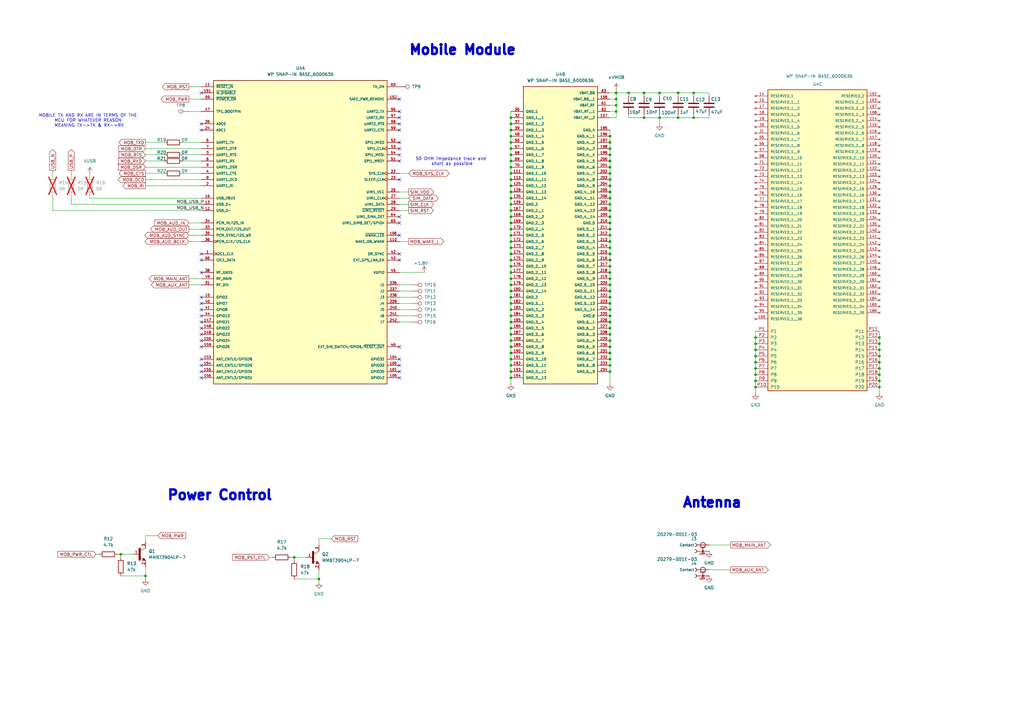
<source format=kicad_sch>
(kicad_sch (version 20250114) (generator "eeschema") (generator_version "9.0")
  (paper "A3")
  (title_block (title "Power System") (company "The University of Queensland"))
  (text "Power Control\n" (at 90.17 203.2 0) (effects (font (size 4 4) (thickness 1) (bold yes))))
  (text "Mobile Module\n" (at 189.738 20.574 0) (effects (font (size 4 4) (thickness 1) (bold yes))))
  (text "MOBILE TX AND RX ARE IN TERMS OF THE \nMCU FOR WHATEVER REASON \nMEANING TX->TX & RX->RX" (at 36.576 49.53 0) (effects (font (size 1.27 1.27))))
  (text "50 OHM impedance trace and \nshort as possible\n" (at 185.42 66.294 0) (effects (font (size 1.27 1.27))))
  (text "Antenna\n" (at 292.1 206.248 0) (effects (font (size 4 4) (thickness 1) (bold yes))))
  (junction (at 209.55 73.66))
  (junction (at 209.55 58.42))
  (junction (at 250.19 81.28))
  (junction (at 250.19 101.6))
  (junction (at 250.19 121.92))
  (junction (at 252.73 38.1))
  (junction (at 309.88 151.13))
  (junction (at 250.19 106.68))
  (junction (at 250.19 124.46))
  (junction (at 209.55 53.34))
  (junction (at 250.19 132.08))
  (junction (at 209.55 144.78))
  (junction (at 250.19 60.96))
  (junction (at 264.16 48.26))
  (junction (at 309.88 153.67))
  (junction (at 209.55 139.7))
  (junction (at 309.88 138.43))
  (junction (at 250.19 99.06))
  (junction (at 250.19 134.62))
  (junction (at 250.19 93.98))
  (junction (at 209.55 121.92))
  (junction (at 250.19 96.52))
  (junction (at 209.55 86.36))
  (junction (at 250.19 58.42))
  (junction (at 130.81 237.49))
  (junction (at 209.55 93.98))
  (junction (at 360.68 143.51))
  (junction (at 209.55 114.3))
  (junction (at 250.19 83.82))
  (junction (at 209.55 132.08))
  (junction (at 360.68 158.75))
  (junction (at 250.19 111.76))
  (junction (at 250.19 66.04))
  (junction (at 250.19 149.86))
  (junction (at 252.73 45.72))
  (junction (at 250.19 139.7))
  (junction (at 209.55 81.28))
  (junction (at 209.55 116.84))
  (junction (at 309.88 156.21))
  (junction (at 209.55 60.96))
  (junction (at 252.73 40.64))
  (junction (at 270.51 38.1))
  (junction (at 250.19 152.4))
  (junction (at 270.51 48.26))
  (junction (at 209.55 109.22))
  (junction (at 250.19 55.88))
  (junction (at 209.55 104.14))
  (junction (at 120.65 228.6))
  (junction (at 309.88 140.97))
  (junction (at 209.55 76.2))
  (junction (at 250.19 78.74))
  (junction (at 250.19 73.66))
  (junction (at 309.88 146.05))
  (junction (at 209.55 142.24))
  (junction (at 209.55 154.94))
  (junction (at 209.55 106.68))
  (junction (at 250.19 109.22))
  (junction (at 209.55 83.82))
  (junction (at 209.55 91.44))
  (junction (at 209.55 99.06))
  (junction (at 209.55 129.54))
  (junction (at 284.48 38.1))
  (junction (at 209.55 78.74))
  (junction (at 250.19 104.14))
  (junction (at 209.55 96.52))
  (junction (at 209.55 101.6))
  (junction (at 209.55 71.12))
  (junction (at 250.19 63.5))
  (junction (at 309.88 158.75))
  (junction (at 209.55 55.88))
  (junction (at 59.69 236.22))
  (junction (at 360.68 138.43))
  (junction (at 257.81 38.1))
  (junction (at 250.19 129.54))
  (junction (at 250.19 119.38))
  (junction (at 250.19 147.32))
  (junction (at 250.19 144.78))
  (junction (at 209.55 147.32))
  (junction (at 264.16 38.1))
  (junction (at 250.19 142.24))
  (junction (at 284.48 48.26))
  (junction (at 360.68 151.13))
  (junction (at 360.68 156.21))
  (junction (at 278.13 38.1))
  (junction (at 309.88 148.59))
  (junction (at 360.68 153.67))
  (junction (at 209.55 119.38))
  (junction (at 250.19 88.9))
  (junction (at 209.55 137.16))
  (junction (at 209.55 66.04))
  (junction (at 209.55 149.86))
  (junction (at 250.19 76.2))
  (junction (at 360.68 146.05))
  (junction (at 250.19 127))
  (junction (at 209.55 48.26))
  (junction (at 250.19 86.36))
  (junction (at 278.13 48.26))
  (junction (at 250.19 137.16))
  (junction (at 209.55 134.62))
  (junction (at 360.68 140.97))
  (junction (at 250.19 91.44))
  (junction (at 209.55 124.46))
  (junction (at 309.88 143.51))
  (junction (at 209.55 68.58))
  (junction (at 250.19 68.58))
  (junction (at 252.73 43.18))
  (junction (at 250.19 116.84))
  (junction (at 250.19 114.3))
  (junction (at 209.55 63.5))
  (junction (at 360.68 148.59))
  (junction (at 209.55 111.76))
  (junction (at 250.19 71.12))
  (junction (at 209.55 50.8))
  (junction (at 209.55 127))
  (junction (at 49.53 227.33))
  (junction (at 209.55 88.9))
  (junction (at 209.55 152.4))
  (no_connect (at 82.55 121.92))
  (no_connect (at 82.55 132.08))
  (no_connect (at 82.55 154.94))
  (no_connect (at 163.83 91.44))
  (no_connect (at 82.55 111.76))
  (no_connect (at 82.55 104.14))
  (no_connect (at 163.83 40.64))
  (no_connect (at 163.83 154.94))
  (no_connect (at 163.83 149.86))
  (no_connect (at 82.55 149.86))
  (no_connect (at 163.83 50.8))
  (no_connect (at 82.55 38.1))
  (no_connect (at 82.55 134.62))
  (no_connect (at 163.83 63.5))
  (no_connect (at 82.55 106.68))
  (no_connect (at 82.55 137.16))
  (no_connect (at 82.55 139.7))
  (no_connect (at 82.55 50.8))
  (no_connect (at 163.83 106.68))
  (no_connect (at 163.83 96.52))
  (no_connect (at 163.83 142.24))
  (no_connect (at 82.55 129.54))
  (no_connect (at 82.55 142.24))
  (no_connect (at 163.83 66.04))
  (no_connect (at 163.83 73.66))
  (no_connect (at 82.55 152.4))
  (no_connect (at 163.83 88.9))
  (no_connect (at 82.55 147.32))
  (no_connect (at 163.83 58.42))
  (no_connect (at 82.55 53.34))
  (no_connect (at 82.55 124.46))
  (no_connect (at 163.83 45.72))
  (no_connect (at 163.83 48.26))
  (no_connect (at 163.83 53.34))
  (no_connect (at 163.83 152.4))
  (no_connect (at 163.83 104.14))
  (no_connect (at 82.55 127))
  (no_connect (at 163.83 147.32))
  (no_connect (at 163.83 60.96))
  (wire (pts (xy 250.19 124.46) (xy 250.19 127)))
  (wire (pts (xy 77.47 96.52) (xy 82.55 96.52)))
  (wire (pts (xy 252.73 43.18) (xy 252.73 45.72)))
  (wire (pts (xy 209.55 149.86) (xy 209.55 152.4)))
  (wire (pts (xy 250.19 139.7) (xy 250.19 142.24)))
  (wire (pts (xy 257.81 38.1) (xy 264.16 38.1)))
  (wire (pts (xy 209.55 86.36) (xy 209.55 88.9)))
  (wire (pts (xy 252.73 43.18) (xy 252.73 40.64)))
  (wire (pts (xy 360.68 148.59) (xy 360.68 151.13)))
  (wire (pts (xy 250.19 66.04) (xy 250.19 68.58)))
  (wire (pts (xy 257.81 38.1) (xy 257.81 39.37)))
  (wire (pts (xy 250.19 86.36) (xy 250.19 88.9)))
  (wire (pts (xy 209.55 83.82) (xy 209.55 86.36)))
  (wire (pts (xy 270.51 50.8) (xy 270.51 48.26)))
  (wire (pts (xy 278.13 48.26) (xy 284.48 48.26)))
  (wire (pts (xy 77.47 40.64) (xy 82.55 40.64)))
  (wire (pts (xy 209.55 106.68) (xy 209.55 109.22)))
  (wire (pts (xy 209.55 78.74) (xy 209.55 81.28)))
  (wire (pts (xy 309.88 151.13) (xy 309.88 153.67)))
  (wire (pts (xy 250.19 137.16) (xy 250.19 139.7)))
  (wire (pts (xy 250.19 88.9) (xy 250.19 91.44)))
  (wire (pts (xy 64.77 219.71) (xy 59.69 219.71)))
  (wire (pts (xy 250.19 134.62) (xy 250.19 137.16)))
  (wire (pts (xy 360.68 140.97) (xy 360.68 143.51)))
  (wire (pts (xy 209.55 152.4) (xy 209.55 154.94)))
  (wire (pts (xy 209.55 134.62) (xy 209.55 137.16)))
  (wire (pts (xy 209.55 50.8) (xy 209.55 53.34)))
  (wire (pts (xy 209.55 116.84) (xy 209.55 119.38)))
  (wire (pts (xy 209.55 114.3) (xy 209.55 116.84)))
  (wire (pts (xy 209.55 76.2) (xy 209.55 78.74)))
  (wire (pts (xy 290.83 223.52) (xy 299.72 223.52)))
  (wire (pts (xy 130.81 220.98) (xy 130.81 223.52)))
  (wire (pts (xy 250.19 81.28) (xy 250.19 83.82)))
  (wire (pts (xy 250.19 78.74) (xy 250.19 81.28)))
  (wire (pts (xy 163.83 83.82) (xy 167.64 83.82)))
  (wire (pts (xy 163.83 78.74) (xy 167.64 78.74)))
  (wire (pts (xy 250.19 60.96) (xy 250.19 63.5)))
  (wire (pts (xy 360.68 143.51) (xy 360.68 146.05)))
  (wire (pts (xy 309.88 138.43) (xy 309.88 140.97)))
  (wire (pts (xy 209.55 124.46) (xy 209.55 127)))
  (wire (pts (xy 49.53 236.22) (xy 59.69 236.22)))
  (wire (pts (xy 250.19 93.98) (xy 250.19 96.52)))
  (wire (pts (xy 264.16 48.26) (xy 264.16 46.99)))
  (wire (pts (xy 77.47 99.06) (xy 82.55 99.06)))
  (wire (pts (xy 250.19 114.3) (xy 250.19 116.84)))
  (wire (pts (xy 309.88 148.59) (xy 309.88 151.13)))
  (wire (pts (xy 163.83 129.54) (xy 168.91 129.54)))
  (wire (pts (xy 290.83 233.68) (xy 299.72 233.68)))
  (wire (pts (xy 290.83 46.99) (xy 290.83 48.26)))
  (wire (pts (xy 74.93 71.12) (xy 82.55 71.12)))
  (wire (pts (xy 59.69 60.96) (xy 82.55 60.96)))
  (wire (pts (xy 209.55 73.66) (xy 209.55 76.2)))
  (wire (pts (xy 74.93 63.5) (xy 82.55 63.5)))
  (wire (pts (xy 77.47 93.98) (xy 82.55 93.98)))
  (wire (pts (xy 278.13 38.1) (xy 284.48 38.1)))
  (wire (pts (xy 59.69 219.71) (xy 59.69 222.25)))
  (wire (pts (xy 209.55 119.38) (xy 209.55 121.92)))
  (wire (pts (xy 250.19 144.78) (xy 250.19 147.32)))
  (wire (pts (xy 209.55 99.06) (xy 209.55 101.6)))
  (wire (pts (xy 250.19 63.5) (xy 250.19 66.04)))
  (wire (pts (xy 59.69 237.49) (xy 59.69 236.22)))
  (wire (pts (xy 29.21 83.82) (xy 29.21 80.01)))
  (wire (pts (xy 163.83 124.46) (xy 168.91 124.46)))
  (wire (pts (xy 74.93 58.42) (xy 82.55 58.42)))
  (wire (pts (xy 209.55 129.54) (xy 209.55 132.08)))
  (wire (pts (xy 209.55 147.32) (xy 209.55 149.86)))
  (wire (pts (xy 77.47 35.56) (xy 82.55 35.56)))
  (wire (pts (xy 250.19 53.34) (xy 250.19 55.88)))
  (wire (pts (xy 250.19 106.68) (xy 250.19 109.22)))
  (wire (pts (xy 250.19 121.92) (xy 250.19 124.46)))
  (wire (pts (xy 250.19 132.08) (xy 250.19 134.62)))
  (wire (pts (xy 74.93 66.04) (xy 82.55 66.04)))
  (wire (pts (xy 250.19 40.64) (xy 252.73 40.64)))
  (wire (pts (xy 120.65 237.49) (xy 130.81 237.49)))
  (wire (pts (xy 209.55 127) (xy 209.55 129.54)))
  (wire (pts (xy 209.55 91.44) (xy 209.55 93.98)))
  (wire (pts (xy 209.55 101.6) (xy 209.55 104.14)))
  (wire (pts (xy 209.55 58.42) (xy 209.55 60.96)))
  (wire (pts (xy 360.68 146.05) (xy 360.68 148.59)))
  (wire (pts (xy 21.59 86.36) (xy 82.55 86.36)))
  (wire (pts (xy 250.19 142.24) (xy 250.19 144.78)))
  (wire (pts (xy 209.55 81.28) (xy 209.55 83.82)))
  (wire (pts (xy 163.83 86.36) (xy 167.64 86.36)))
  (wire (pts (xy 250.19 127) (xy 250.19 129.54)))
  (wire (pts (xy 309.88 143.51) (xy 309.88 146.05)))
  (wire (pts (xy 163.83 121.92) (xy 168.91 121.92)))
  (wire (pts (xy 250.19 101.6) (xy 250.19 104.14)))
  (wire (pts (xy 270.51 48.26) (xy 270.51 46.99)))
  (wire (pts (xy 250.19 152.4) (xy 250.19 157.48)))
  (wire (pts (xy 360.68 153.67) (xy 360.68 156.21)))
  (wire (pts (xy 252.73 36.83) (xy 252.73 38.1)))
  (wire (pts (xy 209.55 109.22) (xy 209.55 111.76)))
  (wire (pts (xy 252.73 38.1) (xy 252.73 40.64)))
  (wire (pts (xy 59.69 66.04) (xy 67.31 66.04)))
  (wire (pts (xy 250.19 73.66) (xy 250.19 76.2)))
  (wire (pts (xy 250.19 48.26) (xy 252.73 48.26)))
  (wire (pts (xy 59.69 232.41) (xy 59.69 236.22)))
  (wire (pts (xy 209.55 111.76) (xy 209.55 114.3)))
  (wire (pts (xy 120.65 229.87) (xy 120.65 228.6)))
  (wire (pts (xy 250.19 109.22) (xy 250.19 111.76)))
  (wire (pts (xy 209.55 63.5) (xy 209.55 66.04)))
  (wire (pts (xy 278.13 38.1) (xy 278.13 39.37)))
  (wire (pts (xy 360.68 138.43) (xy 360.68 140.97)))
  (wire (pts (xy 252.73 38.1) (xy 250.19 38.1)))
  (wire (pts (xy 49.53 227.33) (xy 48.26 227.33)))
  (wire (pts (xy 77.47 116.84) (xy 82.55 116.84)))
  (wire (pts (xy 59.69 73.66) (xy 82.55 73.66)))
  (wire (pts (xy 270.51 38.1) (xy 270.51 39.37)))
  (wire (pts (xy 250.19 68.58) (xy 250.19 71.12)))
  (wire (pts (xy 290.83 48.26) (xy 284.48 48.26)))
  (wire (pts (xy 309.88 153.67) (xy 309.88 156.21)))
  (wire (pts (xy 59.69 76.2) (xy 82.55 76.2)))
  (wire (pts (xy 250.19 55.88) (xy 250.19 58.42)))
  (wire (pts (xy 163.83 127) (xy 168.91 127)))
  (wire (pts (xy 82.55 83.82) (xy 29.21 83.82)))
  (wire (pts (xy 209.55 132.08) (xy 209.55 134.62)))
  (wire (pts (xy 110.49 228.6) (xy 111.76 228.6)))
  (wire (pts (xy 36.83 71.12) (xy 36.83 72.39)))
  (wire (pts (xy 278.13 48.26) (xy 278.13 46.99)))
  (wire (pts (xy 77.47 114.3) (xy 82.55 114.3)))
  (wire (pts (xy 163.83 116.84) (xy 168.91 116.84)))
  (wire (pts (xy 250.19 76.2) (xy 250.19 78.74)))
  (wire (pts (xy 209.55 96.52) (xy 209.55 99.06)))
  (wire (pts (xy 209.55 53.34) (xy 209.55 55.88)))
  (wire (pts (xy 264.16 38.1) (xy 270.51 38.1)))
  (wire (pts (xy 39.37 227.33) (xy 40.64 227.33)))
  (wire (pts (xy 173.99 111.76) (xy 163.83 111.76)))
  (wire (pts (xy 360.68 161.29) (xy 360.68 158.75)))
  (wire (pts (xy 250.19 43.18) (xy 252.73 43.18)))
  (wire (pts (xy 209.55 45.72) (xy 209.55 48.26)))
  (wire (pts (xy 250.19 71.12) (xy 250.19 73.66)))
  (wire (pts (xy 163.83 119.38) (xy 168.91 119.38)))
  (wire (pts (xy 250.19 147.32) (xy 250.19 149.86)))
  (wire (pts (xy 163.83 132.08) (xy 168.91 132.08)))
  (wire (pts (xy 209.55 66.04) (xy 209.55 68.58)))
  (wire (pts (xy 252.73 48.26) (xy 252.73 45.72)))
  (wire (pts (xy 209.55 68.58) (xy 209.55 71.12)))
  (wire (pts (xy 250.19 111.76) (xy 250.19 114.3)))
  (wire (pts (xy 270.51 48.26) (xy 278.13 48.26)))
  (wire (pts (xy 309.88 156.21) (xy 309.88 158.75)))
  (wire (pts (xy 59.69 71.12) (xy 67.31 71.12)))
  (wire (pts (xy 250.19 91.44) (xy 250.19 93.98)))
  (wire (pts (xy 209.55 139.7) (xy 209.55 142.24)))
  (wire (pts (xy 360.68 151.13) (xy 360.68 153.67)))
  (wire (pts (xy 21.59 69.85) (xy 21.59 72.39)))
  (wire (pts (xy 209.55 137.16) (xy 209.55 139.7)))
  (wire (pts (xy 250.19 99.06) (xy 250.19 101.6)))
  (wire (pts (xy 59.69 63.5) (xy 67.31 63.5)))
  (wire (pts (xy 21.59 80.01) (xy 21.59 86.36)))
  (wire (pts (xy 250.19 96.52) (xy 250.19 99.06)))
  (wire (pts (xy 257.81 48.26) (xy 257.81 46.99)))
  (wire (pts (xy 59.69 68.58) (xy 82.55 68.58)))
  (wire (pts (xy 163.83 81.28) (xy 167.64 81.28)))
  (wire (pts (xy 360.68 135.89) (xy 360.68 138.43)))
  (wire (pts (xy 209.55 48.26) (xy 209.55 50.8)))
  (wire (pts (xy 209.55 154.94) (xy 209.55 157.48)))
  (wire (pts (xy 309.88 158.75) (xy 309.88 161.29)))
  (wire (pts (xy 284.48 38.1) (xy 284.48 39.37)))
  (wire (pts (xy 264.16 48.26) (xy 270.51 48.26)))
  (wire (pts (xy 120.65 228.6) (xy 119.38 228.6)))
  (wire (pts (xy 209.55 60.96) (xy 209.55 63.5)))
  (wire (pts (xy 250.19 129.54) (xy 250.19 132.08)))
  (wire (pts (xy 309.88 146.05) (xy 309.88 148.59)))
  (wire (pts (xy 309.88 140.97) (xy 309.88 143.51)))
  (wire (pts (xy 209.55 55.88) (xy 209.55 58.42)))
  (wire (pts (xy 77.47 45.72) (xy 82.55 45.72)))
  (wire (pts (xy 250.19 119.38) (xy 250.19 121.92)))
  (wire (pts (xy 120.65 228.6) (xy 125.73 228.6)))
  (wire (pts (xy 290.83 38.1) (xy 284.48 38.1)))
  (wire (pts (xy 77.47 91.44) (xy 82.55 91.44)))
  (wire (pts (xy 209.55 93.98) (xy 209.55 96.52)))
  (wire (pts (xy 209.55 142.24) (xy 209.55 144.78)))
  (wire (pts (xy 59.69 58.42) (xy 67.31 58.42)))
  (wire (pts (xy 360.68 156.21) (xy 360.68 158.75)))
  (wire (pts (xy 209.55 121.92) (xy 209.55 124.46)))
  (wire (pts (xy 82.55 81.28) (xy 36.83 81.28)))
  (wire (pts (xy 209.55 144.78) (xy 209.55 147.32)))
  (wire (pts (xy 250.19 104.14) (xy 250.19 106.68)))
  (wire (pts (xy 270.51 38.1) (xy 278.13 38.1)))
  (wire (pts (xy 49.53 228.6) (xy 49.53 227.33)))
  (wire (pts (xy 130.81 233.68) (xy 130.81 237.49)))
  (wire (pts (xy 257.81 48.26) (xy 264.16 48.26)))
  (wire (pts (xy 309.88 135.89) (xy 309.88 138.43)))
  (wire (pts (xy 209.55 88.9) (xy 209.55 91.44)))
  (wire (pts (xy 290.83 39.37) (xy 290.83 38.1)))
  (wire (pts (xy 135.89 220.98) (xy 130.81 220.98)))
  (wire (pts (xy 49.53 227.33) (xy 54.61 227.33)))
  (wire (pts (xy 250.19 116.84) (xy 250.19 119.38)))
  (wire (pts (xy 284.48 48.26) (xy 284.48 46.99)))
  (wire (pts (xy 250.19 149.86) (xy 250.19 152.4)))
  (wire (pts (xy 252.73 38.1) (xy 257.81 38.1)))
  (wire (pts (xy 163.83 99.06) (xy 167.64 99.06)))
  (wire (pts (xy 163.83 71.12) (xy 167.64 71.12)))
  (wire (pts (xy 209.55 71.12) (xy 209.55 73.66)))
  (wire (pts (xy 209.55 104.14) (xy 209.55 106.68)))
  (wire (pts (xy 250.19 45.72) (xy 252.73 45.72)))
  (wire (pts (xy 36.83 81.28) (xy 36.83 80.01)))
  (wire (pts (xy 130.81 238.76) (xy 130.81 237.49)))
  (wire (pts (xy 250.19 83.82) (xy 250.19 86.36)))
  (wire (pts (xy 264.16 38.1) (xy 264.16 39.37)))
  (wire (pts (xy 29.21 69.85) (xy 29.21 72.39)))
  (wire (pts (xy 250.19 58.42) (xy 250.19 60.96)))
  (label "MOB_USB_N" (at 72.39 86.36 0))
  (label "MOB_USB_P" (at 72.39 83.82 0))
  (global_label "MOB_MAIN_ANT" (shape output) (at 299.72 223.52 0) (property "Intersheetrefs" "${INTERSHEET_REFS}" (effects (hide yes))))
  (global_label "MOB_AUD_BCLK" (shape bidirectional) (at 77.47 99.06 180) (property "Intersheetrefs" "${INTERSHEET_REFS}" (effects (hide yes))))
  (global_label "MOB_PWR" (shape input) (at 64.77 219.71 0) (property "Intersheetrefs" "${INTERSHEET_REFS}" (effects (hide yes))))
  (global_label "MOB_WAKE_L" (shape output) (at 167.64 99.06 0) (property "Intersheetrefs" "${INTERSHEET_REFS}" (effects (hide yes))))
  (global_label "MOB_RTS" (shape input) (at 59.69 63.5 180) (property "Intersheetrefs" "${INTERSHEET_REFS}" (effects (hide yes))))
  (global_label "USB_N" (shape output) (at 21.59 69.85 90) (property "Intersheetrefs" "${INTERSHEET_REFS}" (effects (hide yes))))
  (global_label "MOB_DSR" (shape input) (at 59.69 68.58 180) (property "Intersheetrefs" "${INTERSHEET_REFS}" (effects (hide yes))))
  (global_label "MOB_AUX_ANT" (shape output) (at 299.72 233.68 0) (property "Intersheetrefs" "${INTERSHEET_REFS}" (effects (hide yes))))
  (global_label "MOB_AUD_IN" (shape input) (at 77.47 91.44 180) (property "Intersheetrefs" "${INTERSHEET_REFS}" (effects (hide yes))))
  (global_label "MOB_AUD_SYNC" (shape bidirectional) (at 77.47 96.52 180) (property "Intersheetrefs" "${INTERSHEET_REFS}" (effects (hide yes))))
  (global_label "SIM_RST" (shape output) (at 167.64 86.36 0) (property "Intersheetrefs" "${INTERSHEET_REFS}" (effects (hide yes))))
  (global_label "MOB_RST_CTL" (shape input) (at 110.49 228.6 180) (property "Intersheetrefs" "${INTERSHEET_REFS}" (effects (hide yes))))
  (global_label "MOB_DTR" (shape input) (at 59.69 60.96 180) (property "Intersheetrefs" "${INTERSHEET_REFS}" (effects (hide yes))))
  (global_label "SIM_DATA" (shape bidirectional) (at 167.64 81.28 0) (property "Intersheetrefs" "${INTERSHEET_REFS}" (effects (hide yes))))
  (global_label "MOB_MAIN_ANT" (shape output) (at 77.47 114.3 180) (property "Intersheetrefs" "${INTERSHEET_REFS}" (effects (hide yes))))
  (global_label "MOB_RST" (shape input) (at 135.89 220.98 0) (property "Intersheetrefs" "${INTERSHEET_REFS}" (effects (hide yes))))
  (global_label "MOB_RXD" (shape input) (at 59.69 66.04 180) (property "Intersheetrefs" "${INTERSHEET_REFS}" (effects (hide yes))))
  (global_label "SIM_CLK" (shape output) (at 167.64 83.82 0) (property "Intersheetrefs" "${INTERSHEET_REFS}" (effects (hide yes))))
  (global_label "MOB_AUD_OUT" (shape output) (at 77.47 93.98 180) (property "Intersheetrefs" "${INTERSHEET_REFS}" (effects (hide yes))))
  (global_label "MOB_RST" (shape output) (at 77.47 35.56 180) (property "Intersheetrefs" "${INTERSHEET_REFS}" (effects (hide yes))))
  (global_label "MOB_DCD" (shape output) (at 59.69 73.66 180) (property "Intersheetrefs" "${INTERSHEET_REFS}" (effects (hide yes))))
  (global_label "MOB_AUX_ANT" (shape output) (at 77.47 116.84 180) (property "Intersheetrefs" "${INTERSHEET_REFS}" (effects (hide yes))))
  (global_label "MOB_PWR" (shape output) (at 77.47 40.64 180) (property "Intersheetrefs" "${INTERSHEET_REFS}" (effects (hide yes))))
  (global_label "MOB_PWR_CTL" (shape input) (at 39.37 227.33 180) (property "Intersheetrefs" "${INTERSHEET_REFS}" (effects (hide yes))))
  (global_label "MOB_SYS_CLK" (shape bidirectional) (at 167.64 71.12 0) (property "Intersheetrefs" "${INTERSHEET_REFS}" (effects (hide yes))))
  (global_label "USB_P" (shape output) (at 29.21 69.85 90) (property "Intersheetrefs" "${INTERSHEET_REFS}" (effects (hide yes))))
  (global_label "MOB_TXD" (shape output) (at 59.69 58.42 180) (property "Intersheetrefs" "${INTERSHEET_REFS}" (effects (hide yes))))
  (global_label "MOB_RI" (shape output) (at 59.69 76.2 180) (property "Intersheetrefs" "${INTERSHEET_REFS}" (effects (hide yes))))
  (global_label "SIM_VDD" (shape output) (at 167.64 78.74 0) (property "Intersheetrefs" "${INTERSHEET_REFS}" (effects (hide yes))))
  (global_label "MOB_CTS" (shape output) (at 59.69 71.12 180) (property "Intersheetrefs" "${INTERSHEET_REFS}" (effects (hide yes))))
  (symbol (lib_id "Connector:TestPoint") (at 168.91 132.08 270) (unit 1)
    (property "Reference" "TP16" (at 173.99 132.0799 90) (effects (justify left)))
    (property "Value" "TestPoint" (effects (hide yes)))
    (property "Footprint" "TestPoint:TestPoint_Pad_D1.0mm" (effects (hide yes)))
    (property "Description" "test point" (effects (hide yes)))
  )
  (symbol (lib_id "Connector:TestPoint") (at 168.91 124.46 270) (unit 1)
    (property "Reference" "TP13" (at 173.99 124.4599 90) (effects (justify left)))
    (property "Value" "TestPoint" (effects (hide yes)))
    (property "Footprint" "TestPoint:TestPoint_Pad_D1.0mm" (effects (hide yes)))
    (property "Description" "test point" (effects (hide yes)))
  )
  (symbol (lib_id "Connector:TestPoint") (at 77.47 45.72 90) (unit 1)
    (property "Reference" "TP8" (at 74.168 43.18 90))
    (property "Value" "TestPoint" (effects (hide yes)))
    (property "Footprint" "TestPoint:TestPoint_Pad_D1.0mm" (effects (hide yes)))
    (property "Description" "test point" (effects (hide yes)))
  )
  (symbol (lib_id "RC7620_1104625:RC7620_1104625") (at 229.87 45.72 0) (unit 2)
    (property "Reference" "U4" (at 229.87 30.48 0))
    (property "Value" "WP SNAP-IN BASE_6000636" (at 229.87 33.02 0))
    (property "Footprint" "WP_SNAP-IN_BASE:SIERRA_WP_SNAP-IN_BASE" (effects (hide yes)))
    (property "MF" "Sierra Wireless" (effects (hide yes)))
    (property "MAXIMUM_PACKAGE_HEIGHT" "2.7mm" (effects (hide yes)))
    (property "Package" "BFLGA-239 Sierra Wireless" (effects (hide yes)))
    (property "Price" "None" (effects (hide yes)))
    (property "Check_prices" "https://www.snapeda.com/parts/RC7620_1104625/Sierra+Wireless/view-part/?ref=eda" (effects (hide yes)))
    (property "STANDARD" "Manufacturer Recommendations" (effects (hide yes)))
    (property "PARTREV" "12" (effects (hide yes)))
    (property "SnapEDA_Link" "https://www.snapeda.com/parts/RC7620_1104625/Sierra+Wireless/view-part/?ref=snap" (effects (hide yes)))
    (property "MP" "RC7620_1104625" (effects (hide yes)))
    (property "Description_1" "\n                        \n                            Cellular, Navigation 2G, 3G, 4G, EDGE, GPRS, GSM, LTE, UMTS Transceiver Module 900MHz, 1.8GHz Antenna Not Included Surface Mount\n                        \n" (effects (hide yes)))
    (property "MANUFACTURER" "Sierra Wireless" (effects (hide yes)))
    (property "Availability" "In Stock" (effects (hide yes)))
    (property "SNAPEDA_PN" "RC7620_1104625" (effects (hide yes)))
  )
  (symbol (lib_id "RC7620_1104625:RC7620_1104625") (at 335.28 39.37 0) (unit 3)
    (property "Reference" "U4" (at 335.28 34.544 0))
    (property "Value" "WP SNAP-IN BASE_6000636" (at 336.042 31.242 0))
    (property "Footprint" "WP_SNAP-IN_BASE:SIERRA_WP_SNAP-IN_BASE" (effects (hide yes)))
    (property "MF" "Sierra Wireless" (effects (hide yes)))
    (property "MAXIMUM_PACKAGE_HEIGHT" "2.7mm" (effects (hide yes)))
    (property "Package" "BFLGA-239 Sierra Wireless" (effects (hide yes)))
    (property "Price" "None" (effects (hide yes)))
    (property "Check_prices" "https://www.snapeda.com/parts/RC7620_1104625/Sierra+Wireless/view-part/?ref=eda" (effects (hide yes)))
    (property "STANDARD" "Manufacturer Recommendations" (effects (hide yes)))
    (property "PARTREV" "12" (effects (hide yes)))
    (property "SnapEDA_Link" "https://www.snapeda.com/parts/RC7620_1104625/Sierra+Wireless/view-part/?ref=snap" (effects (hide yes)))
    (property "MP" "RC7620_1104625" (effects (hide yes)))
    (property "Description_1" "\n                        \n                            Cellular, Navigation 2G, 3G, 4G, EDGE, GPRS, GSM, LTE, UMTS Transceiver Module 900MHz, 1.8GHz Antenna Not Included Surface Mount\n                        \n" (effects (hide yes)))
    (property "MANUFACTURER" "Sierra Wireless" (effects (hide yes)))
    (property "Availability" "In Stock" (effects (hide yes)))
    (property "SNAPEDA_PN" "RC7620_1104625" (effects (hide yes)))
  )
  (symbol (lib_id "Resistors:Resistor_47k") (at 49.53 232.41 0) (unit 1)
    (property "Reference" "R13" (at 52.07 231.1399 0) (effects (justify left)))
    (property "Value" "47k" (at 52.07 233.6799 0) (effects (justify left)))
    (property "Footprint" "Resistor_SMD:R_0402_1005Metric" (effects (hide yes)))
    (property "Description" "RES SMD 47K OHM 1% 1/10W 0402" (effects (hide yes)))
    (property "LCSC PN" "C427250" (effects (hide yes)))
  )
  (symbol (lib_id "Connector:TestPoint") (at 163.83 35.56 270) (unit 1)
    (property "Reference" "TP9" (at 168.91 35.5599 90) (effects (justify left)))
    (property "Value" "TestPoint" (effects (hide yes)))
    (property "Footprint" "TestPoint:TestPoint_Pad_D1.0mm" (effects (hide yes)))
    (property "Description" "test point" (effects (hide yes)))
  )
  (symbol (lib_id "Resistors:Resistor_0R") (at 71.12 63.5 90) (unit 1)
    (property "Reference" "R20" (at 66.294 62.484 90))
    (property "Value" "0R" (at 75.692 62.484 90))
    (property "Footprint" "Resistor_SMD:R_0603_1608Metric" (effects (hide yes)))
    (property "LCSC PN" "C95177" (effects (hide yes)))
  )
  (symbol (lib_id "MMBT3904LP-7:MMBT3904LP-7") (at 57.15 227.33 0) (unit 1)
    (property "Reference" "Q1" (at 60.96 226.0599 0) (effects (justify left)))
    (property "Value" "MMBT3904LP-7" (at 60.96 228.5999 0) (effects (justify left)))
    (property "Footprint" "MMBT3904LP-7:DFN101X61X53-3N" (effects (hide yes)))
    (property "DigiKey_Part_Number" "MMBT3904LP-7DITR-ND" (effects (hide yes)))
    (property "SnapEDA_Link" "https://www.snapeda.com/parts/MMBT3904LP-7/Diodes+Inc./view-part/?ref=snap" (effects (hide yes)))
    (property "Description_1" "Bipolar (BJT) Transistor NPN 40 V 200 mA 300MHz 250 mW Surface Mount X1-DFN1006-3" (effects (hide yes)))
    (property "Package" "DFN-3 Diodes Inc." (effects (hide yes)))
    (property "Check_prices" "https://www.snapeda.com/parts/MMBT3904LP-7/Diodes+Inc./view-part/?ref=eda" (effects (hide yes)))
    (property "MF" "Diodes Inc." (effects (hide yes)))
    (property "MP" "MMBT3904LP-7" (effects (hide yes)))
    (property "MANUFACTURER" "Diodes Incorporated" (effects (hide yes)))
    (property "LCSC PN" "C460099" (effects (hide yes)))
  )
  (symbol (lib_id "20279-001E-03:20279-001E-03") (at 288.29 223.52 0) (unit 1)
    (property "Reference" "J3" (at 285.75 220.98 0) (effects (justify right)))
    (property "Value" "20279-001E-03" (at 286.004 219.202 0) (effects (justify right)))
    (property "Footprint" "20279-001E-03:IPEX_20279-001E-03" (effects (hide yes)))
    (property "MF" "I-PEX" (effects (hide yes)))
    (property "MAXIMUM_PACKAGE_HEIGHT" "1.25mm" (effects (hide yes)))
    (property "Package" "None" (effects (hide yes)))
    (property "Price" "None" (effects (hide yes)))
    (property "Check_prices" "https://www.snapeda.com/parts/20279-001E-03/I-PEX/view-part/?ref=eda" (effects (hide yes)))
    (property "STANDARD" "Manufacturer Recommendations" (effects (hide yes)))
    (property "PARTREV" "32" (effects (hide yes)))
    (property "SnapEDA_Link" "https://www.snapeda.com/parts/20279-001E-03/I-PEX/view-part/?ref=snap" (effects (hide yes)))
    (property "MP" "20279-001E-03" (effects (hide yes)))
    (property "Description_1" "\n                        \n                            1 POS Vertical SMD Small form factor with big performance through 6 GHz connector,MHF, RF, micro-coaxial MHF I Receptacle\n                        \n" (effects (hide yes)))
    (property "Availability" "In Stock" (effects (hide yes)))
    (property "MANUFACTURER" "I-PEX" (effects (hide yes)))
    (property "LCSC PN" " C36499136" (effects (hide yes)))
  )
  (symbol (lib_id "Resistors:Resistor_0R") (at 71.12 58.42 90) (unit 1)
    (property "Reference" "R19" (at 66.294 57.404 90))
    (property "Value" "0R" (at 75.692 57.404 90))
    (property "Footprint" "Resistor_SMD:R_0603_1608Metric" (effects (hide yes)))
    (property "LCSC PN" "C95177" (effects (hide yes)))
  )
  (symbol (lib_id "power:GND") (at 270.51 50.8 0) (unit 1)
    (property "Reference" "#PWR046" (effects (hide yes)))
    (property "Value" "GND" (at 270.51 55.626 0))
    (property "Description" "Power symbol creates a global label with name \"GND\" , ground" (effects (hide yes)))
  )
  (symbol (lib_id "Connector:TestPoint") (at 168.91 127 270) (unit 1)
    (property "Reference" "TP14" (at 173.99 126.9999 90) (effects (justify left)))
    (property "Value" "TestPoint" (effects (hide yes)))
    (property "Footprint" "TestPoint:TestPoint_Pad_D1.0mm" (effects (hide yes)))
    (property "Description" "test point" (effects (hide yes)))
  )
  (symbol (lib_id "power:GND") (at 309.88 161.29 0) (unit 1)
    (property "Reference" "#PWR0157" (effects (hide yes)))
    (property "Value" "GND" (at 309.88 166.116 0))
    (property "Description" "Power symbol creates a global label with name \"GND\" , ground" (effects (hide yes)))
  )
  (symbol (lib_id "Resistors:Resistor_0R") (at 21.59 76.2 0) (unit 1) (dnp yes)
    (property "Reference" "R14" (at 24.13 74.9299 0) (effects (justify left)))
    (property "Value" "0R" (at 24.13 77.4699 0) (effects (justify left)))
    (property "Footprint" "Resistor_SMD:R_0603_1608Metric" (effects (hide yes)))
    (property "LCSC PN" "C95177" (effects (hide yes)))
  )
  (symbol (lib_id "20279-001E-03:20279-001E-03") (at 288.29 233.68 0) (unit 1)
    (property "Reference" "J4" (at 285.75 231.14 0) (effects (justify right)))
    (property "Value" "20279-001E-03" (at 286.004 229.362 0) (effects (justify right)))
    (property "Footprint" "20279-001E-03:IPEX_20279-001E-03" (effects (hide yes)))
    (property "MF" "I-PEX" (effects (hide yes)))
    (property "MAXIMUM_PACKAGE_HEIGHT" "1.25mm" (effects (hide yes)))
    (property "Package" "None" (effects (hide yes)))
    (property "Price" "None" (effects (hide yes)))
    (property "Check_prices" "https://www.snapeda.com/parts/20279-001E-03/I-PEX/view-part/?ref=eda" (effects (hide yes)))
    (property "STANDARD" "Manufacturer Recommendations" (effects (hide yes)))
    (property "PARTREV" "32" (effects (hide yes)))
    (property "SnapEDA_Link" "https://www.snapeda.com/parts/20279-001E-03/I-PEX/view-part/?ref=snap" (effects (hide yes)))
    (property "MP" "20279-001E-03" (effects (hide yes)))
    (property "Description_1" "\n                        \n                            1 POS Vertical SMD Small form factor with big performance through 6 GHz connector,MHF, RF, micro-coaxial MHF I Receptacle\n                        \n" (effects (hide yes)))
    (property "Availability" "In Stock" (effects (hide yes)))
    (property "MANUFACTURER" "I-PEX" (effects (hide yes)))
    (property "LCSC PN" " C36499136" (effects (hide yes)))
  )
  (symbol (lib_id "power:GND") (at 209.55 157.48 0) (unit 1)
    (property "Reference" "#PWR043" (effects (hide yes)))
    (property "Value" "GND" (at 209.55 162.306 0))
    (property "Description" "Power symbol creates a global label with name \"GND\" , ground" (effects (hide yes)))
  )
  (symbol (lib_id "Capacitors:Capacitor_47uF") (at 284.48 43.18 0) (unit 1)
    (property "Reference" "C12" (at 285.242 40.894 0) (effects (justify left)))
    (property "Value" "47uF" (at 285.242 45.72 0) (effects (justify left)))
    (property "Footprint" "Capacitor_SMD:C_0805_2012Metric" (effects (hide yes)))
    (property "Description" "CAP CER 47UF 6.3V X5R 0805" (effects (hide yes)))
    (property "LCSC PN" "C109461" (effects (hide yes)))
  )
  (symbol (lib_id "RC7620_1104625:RC7620_1104625") (at 123.19 93.98 0) (unit 1)
    (property "Reference" "U4" (at 123.19 27.94 0))
    (property "Value" "WP SNAP-IN BASE_6000636" (at 123.19 30.48 0))
    (property "Footprint" "WP_SNAP-IN_BASE:SIERRA_WP_SNAP-IN_BASE" (effects (hide yes)))
    (property "MF" "Sierra Wireless" (effects (hide yes)))
    (property "MAXIMUM_PACKAGE_HEIGHT" "2.7mm" (effects (hide yes)))
    (property "Package" "BFLGA-239 Sierra Wireless" (effects (hide yes)))
    (property "Price" "None" (effects (hide yes)))
    (property "Check_prices" "https://www.snapeda.com/parts/RC7620_1104625/Sierra+Wireless/view-part/?ref=eda" (effects (hide yes)))
    (property "STANDARD" "Manufacturer Recommendations" (effects (hide yes)))
    (property "PARTREV" "12" (effects (hide yes)))
    (property "SnapEDA_Link" "https://www.snapeda.com/parts/RC7620_1104625/Sierra+Wireless/view-part/?ref=snap" (effects (hide yes)))
    (property "MP" "RC7620_1104625" (effects (hide yes)))
    (property "Description_1" "\n                        \n                            Cellular, Navigation 2G, 3G, 4G, EDGE, GPRS, GSM, LTE, UMTS Transceiver Module 900MHz, 1.8GHz Antenna Not Included Surface Mount\n                        \n" (effects (hide yes)))
    (property "MANUFACTURER" "Sierra Wireless" (effects (hide yes)))
    (property "Availability" "In Stock" (effects (hide yes)))
    (property "SNAPEDA_PN" "RC7620_1104625" (effects (hide yes)))
  )
  (symbol (lib_id "Resistors:Resistor_4k7") (at 115.57 228.6 90) (unit 1)
    (property "Reference" "R17" (at 115.57 222.25 90))
    (property "Value" "4.7k" (at 115.57 224.79 90))
    (property "Footprint" "Resistor_SMD:R_0402_1005Metric" (effects (hide yes)))
    (property "Description" "RES SMD 4.7K OHM 5% 1/10W 0402" (effects (hide yes)))
    (property "LCSC PN" "C606173" (effects (hide yes)))
  )
  (symbol (lib_id "Resistors:Resistor_0R") (at 36.83 76.2 0) (unit 1) (dnp yes)
    (property "Reference" "R16" (at 39.37 74.9299 0) (effects (justify left)))
    (property "Value" "0R" (at 39.37 77.4699 0) (effects (justify left)))
    (property "Footprint" "Resistor_SMD:R_0603_1608Metric" (effects (hide yes)))
    (property "LCSC PN" "C95177" (effects (hide yes)))
  )
  (symbol (lib_id "power:GND") (at 130.81 238.76 0) (unit 1)
    (property "Reference" "#PWR040" (effects (hide yes)))
    (property "Value" "GND" (at 130.81 243.586 0))
    (property "Description" "Power symbol creates a global label with name \"GND\" , ground" (effects (hide yes)))
  )
  (symbol (lib_id "Capacitors:Capacitor_1uF") (at 278.13 43.18 0) (unit 1)
    (property "Reference" "C11" (at 278.638 40.64 0) (effects (justify left)))
    (property "Value" "1uF" (at 278.892 45.974 0) (effects (justify left)))
    (property "Footprint" "Capacitor_SMD:C_0402_1005Metric" (effects (hide yes)))
    (property "Description" "1 µF ±10% 25V Ceramic Capacitor X5R 0402 (1005 Metric)" (effects (hide yes)))
    (property "LCSC PN" "C52923" (effects (hide yes)))
  )
  (symbol (lib_id "power:GND") (at 290.83 226.06 0) (unit 1)
    (property "Reference" "#PWR036" (effects (hide yes)))
    (property "Value" "GND" (at 290.83 230.886 0))
    (property "Description" "Power symbol creates a global label with name \"GND\" , ground" (effects (hide yes)))
  )
  (symbol (lib_id "power:GND") (at 290.83 236.22 0) (unit 1)
    (property "Reference" "#PWR037" (effects (hide yes)))
    (property "Value" "GND" (at 290.83 241.046 0))
    (property "Description" "Power symbol creates a global label with name \"GND\" , ground" (effects (hide yes)))
  )
  (symbol (lib_id "Resistors:Resistor_47k") (at 120.65 233.68 0) (unit 1)
    (property "Reference" "R18" (at 123.19 232.4099 0) (effects (justify left)))
    (property "Value" "47k" (at 123.19 234.9499 0) (effects (justify left)))
    (property "Footprint" "Resistor_SMD:R_0402_1005Metric" (effects (hide yes)))
    (property "Description" "RES SMD 47K OHM 1% 1/10W 0402" (effects (hide yes)))
    (property "LCSC PN" "C427250" (effects (hide yes)))
  )
  (symbol (lib_id "power:GND") (at 250.19 157.48 0) (unit 1)
    (property "Reference" "#PWR044" (effects (hide yes)))
    (property "Value" "GND" (at 250.19 162.306 0))
    (property "Description" "Power symbol creates a global label with name \"GND\" , ground" (effects (hide yes)))
  )
  (symbol (lib_id "power:VCC") (at 36.83 71.12 0) (unit 1)
    (property "Reference" "#PWR039" (effects (hide yes)))
    (property "Value" "VUSB" (at 36.83 66.04 0))
    (property "Description" "Power symbol creates a global label with name \"VCC\"" (effects (hide yes)))
  )
  (symbol (lib_id "power:GND") (at 360.68 161.29 0) (unit 1)
    (property "Reference" "#PWR0158" (effects (hide yes)))
    (property "Value" "GND" (at 360.68 166.116 0))
    (property "Description" "Power symbol creates a global label with name \"GND\" , ground" (effects (hide yes)))
  )
  (symbol (lib_id "Resistors:Resistor_0R") (at 71.12 66.04 90) (unit 1)
    (property "Reference" "R21" (at 66.294 65.024 90))
    (property "Value" "0R" (at 75.692 65.024 90))
    (property "Footprint" "Resistor_SMD:R_0603_1608Metric" (effects (hide yes)))
    (property "LCSC PN" "C95177" (effects (hide yes)))
  )
  (symbol (lib_id "power:+3.3V") (at 252.73 36.83 0) (unit 1)
    (property "Reference" "#PWR045" (effects (hide yes)))
    (property "Value" "+VMOB" (at 252.73 31.75 0))
    (property "Description" "Power symbol creates a global label with name \"+3.3V\"" (effects (hide yes)))
  )
  (symbol (lib_id "Capacitors:capacitor_100nF") (at 270.51 43.18 0) (unit 1)
    (property "Reference" "C10" (at 271.78 40.386 0) (effects (justify left)))
    (property "Value" "100nF" (at 271.272 46.228 0) (effects (justify left)))
    (property "Footprint" "Capacitor_SMD:C_0402_1005Metric" (effects (hide yes)))
    (property "Description" "0.1 µF ±10% 10V Ceramic Capacitor X7R 0402 (1005 Metric)" (effects (hide yes)))
    (property "LCSC PN" "C307331" (effects (hide yes)))
  )
  (symbol (lib_id "Capacitors:Capacitor_47uF") (at 290.83 43.18 0) (unit 1)
    (property "Reference" "C13" (at 291.592 40.64 0) (effects (justify left)))
    (property "Value" "47uF" (at 291.592 45.974 0) (effects (justify left)))
    (property "Footprint" "Capacitor_SMD:C_0805_2012Metric" (effects (hide yes)))
    (property "Description" "CAP CER 47UF 6.3V X5R 0805" (effects (hide yes)))
    (property "LCSC PN" "C109461" (effects (hide yes)))
  )
  (symbol (lib_id "Capacitors:Capacitor_10pF") (at 257.81 43.18 0) (unit 1)
    (property "Reference" "C8" (at 258.318 40.64 0) (effects (justify left)))
    (property "Value" "10pF" (at 258.064 45.974 0) (effects (justify left)))
    (property "Footprint" "Capacitor_SMD:C_0402_1005Metric" (effects (hide yes)))
    (property "Description" "CAP CER 10PF 16V X7R 0402" (effects (hide yes)))
    (property "LCSC PN" "C2168222" (effects (hide yes)))
  )
  (symbol (lib_id "Connector:TestPoint") (at 168.91 129.54 270) (unit 1)
    (property "Reference" "TP15" (at 173.99 129.5399 90) (effects (justify left)))
    (property "Value" "TestPoint" (effects (hide yes)))
    (property "Footprint" "TestPoint:TestPoint_Pad_D1.0mm" (effects (hide yes)))
    (property "Description" "test point" (effects (hide yes)))
  )
  (symbol (lib_id "Connector:TestPoint") (at 168.91 116.84 270) (unit 1)
    (property "Reference" "TP10" (at 173.99 116.8399 90) (effects (justify left)))
    (property "Value" "TestPoint" (effects (hide yes)))
    (property "Footprint" "TestPoint:TestPoint_Pad_D1.0mm" (effects (hide yes)))
    (property "Description" "test point" (effects (hide yes)))
  )
  (symbol (lib_id "Connector:TestPoint") (at 168.91 119.38 270) (unit 1)
    (property "Reference" "TP11" (at 173.99 119.3799 90) (effects (justify left)))
    (property "Value" "TestPoint" (effects (hide yes)))
    (property "Footprint" "TestPoint:TestPoint_Pad_D1.0mm" (effects (hide yes)))
    (property "Description" "test point" (effects (hide yes)))
  )
  (symbol (lib_id "Capacitors:Capacitor_10nF") (at 264.16 43.18 0) (unit 1)
    (property "Reference" "C9" (at 264.668 40.894 0) (effects (justify left)))
    (property "Value" "10nF" (at 264.922 45.974 0) (effects (justify left)))
    (property "Footprint" "Capacitor_SMD:C_0402_1005Metric" (effects (hide yes)))
    (property "Description" "10000 pF ±10% 16V Ceramic Capacitor X7R 0402 (1005 Metric)" (effects (hide yes)))
    (property "LCSC PN" "C15195" (effects (hide yes)))
  )
  (symbol (lib_id "power:+1V8") (at 173.99 111.76 0) (unit 1)
    (property "Reference" "#PWR041" (effects (hide yes)))
    (property "Value" "+1.8V" (at 169.672 107.95 0) (effects (justify left)))
    (property "Description" "Power symbol creates a global label with name \"+1V8\"" (effects (hide yes)))
  )
  (symbol (lib_id "Resistors:Resistor_4k7") (at 44.45 227.33 90) (unit 1)
    (property "Reference" "R12" (at 44.45 220.98 90))
    (property "Value" "4.7k" (at 44.45 223.52 90))
    (property "Footprint" "Resistor_SMD:R_0402_1005Metric" (effects (hide yes)))
    (property "Description" "RES SMD 4.7K OHM 5% 1/10W 0402" (effects (hide yes)))
    (property "LCSC PN" "C606173" (effects (hide yes)))
  )
  (symbol (lib_id "Resistors:Resistor_0R") (at 29.21 76.2 0) (unit 1) (dnp yes)
    (property "Reference" "R15" (at 31.75 74.9299 0) (effects (justify left)))
    (property "Value" "0R" (at 31.75 77.4699 0) (effects (justify left)))
    (property "Footprint" "Resistor_SMD:R_0603_1608Metric" (effects (hide yes)))
    (property "LCSC PN" "C95177" (effects (hide yes)))
  )
  (symbol (lib_id "MMBT3904LP-7:MMBT3904LP-7") (at 128.27 228.6 0) (unit 1)
    (property "Reference" "Q2" (at 132.08 227.3299 0) (effects (justify left)))
    (property "Value" "MMBT3904LP-7" (at 132.08 229.8699 0) (effects (justify left)))
    (property "Footprint" "MMBT3904LP-7:DFN101X61X53-3N" (effects (hide yes)))
    (property "DigiKey_Part_Number" "MMBT3904LP-7DITR-ND" (effects (hide yes)))
    (property "SnapEDA_Link" "https://www.snapeda.com/parts/MMBT3904LP-7/Diodes+Inc./view-part/?ref=snap" (effects (hide yes)))
    (property "Description_1" "Bipolar (BJT) Transistor NPN 40 V 200 mA 300MHz 250 mW Surface Mount X1-DFN1006-3" (effects (hide yes)))
    (property "Package" "DFN-3 Diodes Inc." (effects (hide yes)))
    (property "Check_prices" "https://www.snapeda.com/parts/MMBT3904LP-7/Diodes+Inc./view-part/?ref=eda" (effects (hide yes)))
    (property "MF" "Diodes Inc." (effects (hide yes)))
    (property "MP" "MMBT3904LP-7" (effects (hide yes)))
    (property "MANUFACTURER" "Diodes Incorporated" (effects (hide yes)))
    (property "LCSC PN" "C460099" (effects (hide yes)))
  )
  (symbol (lib_id "power:GND") (at 59.69 237.49 0) (unit 1)
    (property "Reference" "#PWR038" (effects (hide yes)))
    (property "Value" "GND" (at 59.69 242.316 0))
    (property "Description" "Power symbol creates a global label with name \"GND\" , ground" (effects (hide yes)))
  )
  (symbol (lib_id "Connector:TestPoint") (at 168.91 121.92 270) (unit 1)
    (property "Reference" "TP12" (at 173.99 121.9199 90) (effects (justify left)))
    (property "Value" "TestPoint" (effects (hide yes)))
    (property "Footprint" "TestPoint:TestPoint_Pad_D1.0mm" (effects (hide yes)))
    (property "Description" "test point" (effects (hide yes)))
  )
  (symbol (lib_id "Resistors:Resistor_0R") (at 71.12 71.12 90) (unit 1)
    (property "Reference" "R22" (at 66.294 70.104 90))
    (property "Value" "0R" (at 75.692 70.104 90))
    (property "Footprint" "Resistor_SMD:R_0603_1608Metric" (effects (hide yes)))
    (property "LCSC PN" "C95177" (effects (hide yes)))
  )
)
</source>
